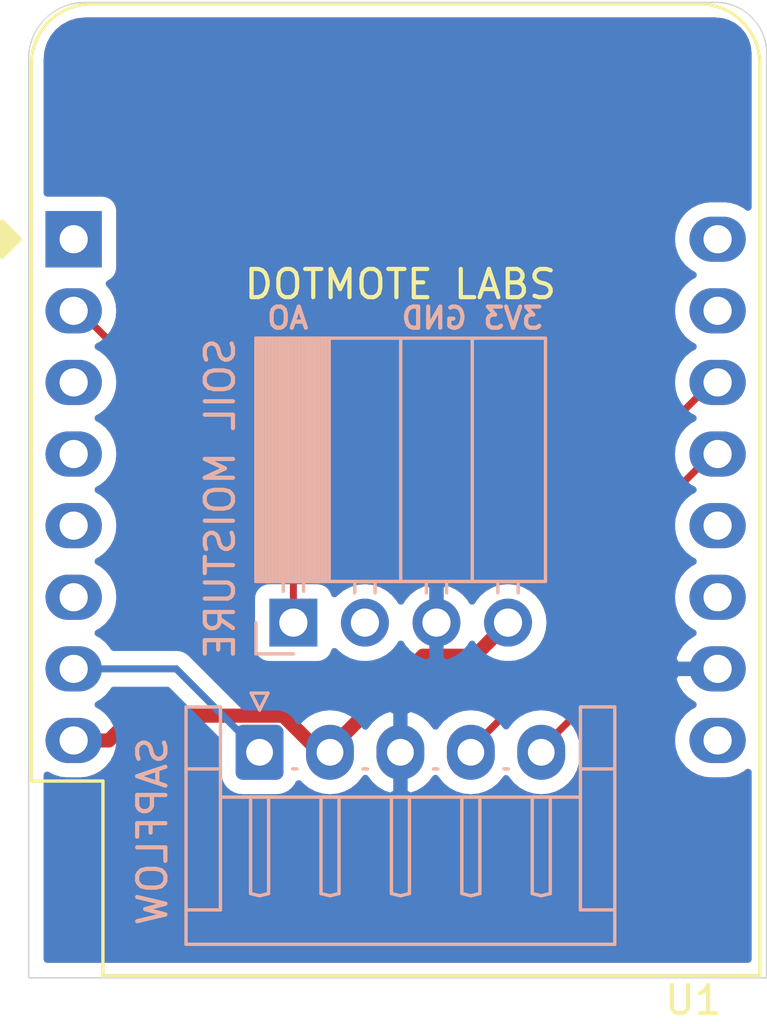
<source format=kicad_pcb>
(kicad_pcb (version 20171130) (host pcbnew "(5.1.0-0)")

  (general
    (thickness 1.6)
    (drawings 10)
    (tracks 24)
    (zones 0)
    (modules 3)
    (nets 18)
  )

  (page A4)
  (layers
    (0 F.Cu signal)
    (31 B.Cu signal)
    (32 B.Adhes user)
    (33 F.Adhes user)
    (34 B.Paste user)
    (35 F.Paste user)
    (36 B.SilkS user)
    (37 F.SilkS user)
    (38 B.Mask user)
    (39 F.Mask user)
    (40 Dwgs.User user)
    (41 Cmts.User user)
    (42 Eco1.User user)
    (43 Eco2.User user)
    (44 Edge.Cuts user)
    (45 Margin user)
    (46 B.CrtYd user)
    (47 F.CrtYd user)
    (48 B.Fab user)
    (49 F.Fab user)
  )

  (setup
    (last_trace_width 0.25)
    (trace_clearance 0.2)
    (zone_clearance 0.508)
    (zone_45_only no)
    (trace_min 0.2)
    (via_size 0.8)
    (via_drill 0.4)
    (via_min_size 0.4)
    (via_min_drill 0.3)
    (uvia_size 0.3)
    (uvia_drill 0.1)
    (uvias_allowed no)
    (uvia_min_size 0.2)
    (uvia_min_drill 0.1)
    (edge_width 0.05)
    (segment_width 0.2)
    (pcb_text_width 0.3)
    (pcb_text_size 1.5 1.5)
    (mod_edge_width 0.12)
    (mod_text_size 1 1)
    (mod_text_width 0.15)
    (pad_size 1.524 1.524)
    (pad_drill 0.762)
    (pad_to_mask_clearance 0.051)
    (solder_mask_min_width 0.25)
    (aux_axis_origin 0 0)
    (visible_elements FFFFFF7F)
    (pcbplotparams
      (layerselection 0x010fc_ffffffff)
      (usegerberextensions false)
      (usegerberattributes false)
      (usegerberadvancedattributes false)
      (creategerberjobfile false)
      (excludeedgelayer true)
      (linewidth 0.100000)
      (plotframeref false)
      (viasonmask false)
      (mode 1)
      (useauxorigin false)
      (hpglpennumber 1)
      (hpglpenspeed 20)
      (hpglpendiameter 15.000000)
      (psnegative false)
      (psa4output false)
      (plotreference true)
      (plotvalue true)
      (plotinvisibletext false)
      (padsonsilk false)
      (subtractmaskfromsilk false)
      (outputformat 1)
      (mirror false)
      (drillshape 0)
      (scaleselection 1)
      (outputdirectory "GERBERS/"))
  )

  (net 0 "")
  (net 1 "Net-(U1-Pad2)")
  (net 2 "Net-(U1-Pad1)")
  (net 3 "Net-(U1-Pad3)")
  (net 4 "Net-(U1-Pad4)")
  (net 5 "Net-(U1-Pad5)")
  (net 6 "Net-(U1-Pad6)")
  (net 7 "Net-(U1-Pad7)")
  (net 8 "Net-(U1-Pad9)")
  (net 9 "Net-(U1-Pad11)")
  (net 10 "Net-(U1-Pad12)")
  (net 11 "Net-(U1-Pad13)")
  (net 12 "Net-(U1-Pad14)")
  (net 13 "Net-(U1-Pad15)")
  (net 14 "Net-(U1-Pad16)")
  (net 15 +3V3)
  (net 16 GND)
  (net 17 "Net-(U2-Pad2)")

  (net_class Default "This is the default net class."
    (clearance 0.2)
    (trace_width 0.25)
    (via_dia 0.8)
    (via_drill 0.4)
    (uvia_dia 0.3)
    (uvia_drill 0.1)
    (add_net +3V3)
    (add_net GND)
    (add_net "Net-(U1-Pad1)")
    (add_net "Net-(U1-Pad11)")
    (add_net "Net-(U1-Pad12)")
    (add_net "Net-(U1-Pad13)")
    (add_net "Net-(U1-Pad14)")
    (add_net "Net-(U1-Pad15)")
    (add_net "Net-(U1-Pad16)")
    (add_net "Net-(U1-Pad2)")
    (add_net "Net-(U1-Pad3)")
    (add_net "Net-(U1-Pad4)")
    (add_net "Net-(U1-Pad5)")
    (add_net "Net-(U1-Pad6)")
    (add_net "Net-(U1-Pad7)")
    (add_net "Net-(U1-Pad9)")
    (add_net "Net-(U2-Pad2)")
  )

  (module Module:WEMOS_D1_mini_light (layer F.Cu) (tedit 5BBFB1CE) (tstamp 5D01D8F1)
    (at 126 113)
    (descr "16-pin module, column spacing 22.86 mm (900 mils), https://wiki.wemos.cc/products:d1:d1_mini, https://c1.staticflickr.com/1/734/31400410271_f278b087db_z.jpg")
    (tags "ESP8266 WiFi microcontroller")
    (path /5D018E20)
    (fp_text reference U1 (at 22 27) (layer F.SilkS)
      (effects (font (size 1 1) (thickness 0.15)))
    )
    (fp_text value WeMos_D1_mini (at 11.7 0) (layer F.Fab)
      (effects (font (size 1 1) (thickness 0.15)))
    )
    (fp_line (start 1.04 26.12) (end 24.36 26.12) (layer F.SilkS) (width 0.12))
    (fp_line (start -1.5 19.22) (end -1.5 -6.21) (layer F.SilkS) (width 0.12))
    (fp_line (start 24.36 26.12) (end 24.36 -6.21) (layer F.SilkS) (width 0.12))
    (fp_line (start 22.24 -8.34) (end 0.63 -8.34) (layer F.SilkS) (width 0.12))
    (fp_line (start 1.17 25.99) (end 24.23 25.99) (layer F.Fab) (width 0.1))
    (fp_line (start 24.23 25.99) (end 24.23 -6.21) (layer F.Fab) (width 0.1))
    (fp_line (start 22.23 -8.21) (end 0.63 -8.21) (layer F.Fab) (width 0.1))
    (fp_line (start -1.37 1) (end -1.37 19.09) (layer F.Fab) (width 0.1))
    (fp_text user %R (at 11.43 10) (layer F.Fab)
      (effects (font (size 1 1) (thickness 0.15)))
    )
    (fp_line (start -1.62 -8.46) (end 24.48 -8.46) (layer F.CrtYd) (width 0.05))
    (fp_line (start 24.48 -8.41) (end 24.48 26.24) (layer F.CrtYd) (width 0.05))
    (fp_line (start 24.48 26.24) (end -1.62 26.24) (layer F.CrtYd) (width 0.05))
    (fp_line (start -1.62 26.24) (end -1.62 -8.46) (layer F.CrtYd) (width 0.05))
    (fp_poly (pts (xy -2.54 -0.635) (xy -2.54 0.635) (xy -1.905 0)) (layer F.SilkS) (width 0.15))
    (fp_line (start -1.35 -1.4) (end 24.25 -1.4) (layer Dwgs.User) (width 0.1))
    (fp_line (start 24.25 -1.4) (end 24.25 -8.2) (layer Dwgs.User) (width 0.1))
    (fp_line (start 24.25 -8.2) (end -1.35 -8.2) (layer Dwgs.User) (width 0.1))
    (fp_line (start -1.35 -8.2) (end -1.35 -1.4) (layer Dwgs.User) (width 0.1))
    (fp_line (start -1.35 -1.4) (end 5.45 -8.2) (layer Dwgs.User) (width 0.1))
    (fp_line (start 0.65 -1.4) (end 7.45 -8.2) (layer Dwgs.User) (width 0.1))
    (fp_line (start 2.65 -1.4) (end 9.45 -8.2) (layer Dwgs.User) (width 0.1))
    (fp_line (start 4.65 -1.4) (end 11.45 -8.2) (layer Dwgs.User) (width 0.1))
    (fp_line (start 6.65 -1.4) (end 13.45 -8.2) (layer Dwgs.User) (width 0.1))
    (fp_line (start 8.65 -1.4) (end 15.45 -8.2) (layer Dwgs.User) (width 0.1))
    (fp_line (start 10.65 -1.4) (end 17.45 -8.2) (layer Dwgs.User) (width 0.1))
    (fp_line (start 12.65 -1.4) (end 19.45 -8.2) (layer Dwgs.User) (width 0.1))
    (fp_line (start 14.65 -1.4) (end 21.45 -8.2) (layer Dwgs.User) (width 0.1))
    (fp_line (start 16.65 -1.4) (end 23.45 -8.2) (layer Dwgs.User) (width 0.1))
    (fp_line (start 18.65 -1.4) (end 24.25 -7) (layer Dwgs.User) (width 0.1))
    (fp_line (start 20.65 -1.4) (end 24.25 -5) (layer Dwgs.User) (width 0.1))
    (fp_line (start 22.65 -1.4) (end 24.25 -3) (layer Dwgs.User) (width 0.1))
    (fp_line (start -1.35 -3.4) (end 3.45 -8.2) (layer Dwgs.User) (width 0.1))
    (fp_line (start -1.3 -5.45) (end 1.45 -8.2) (layer Dwgs.User) (width 0.1))
    (fp_line (start -1.35 -7.4) (end -0.55 -8.2) (layer Dwgs.User) (width 0.1))
    (fp_line (start -1.37 19.09) (end 1.17 19.09) (layer F.Fab) (width 0.1))
    (fp_line (start 1.17 19.09) (end 1.17 25.99) (layer F.Fab) (width 0.1))
    (fp_line (start -1.37 -6.21) (end -1.37 -1) (layer F.Fab) (width 0.1))
    (fp_line (start -1.37 1) (end -0.37 0) (layer F.Fab) (width 0.1))
    (fp_line (start -0.37 0) (end -1.37 -1) (layer F.Fab) (width 0.1))
    (fp_arc (start 0.63 -6.21) (end 0.63 -8.21) (angle -90) (layer F.Fab) (width 0.1))
    (fp_arc (start 22.23 -6.21) (end 24.23 -6.19) (angle -90) (layer F.Fab) (width 0.1))
    (fp_line (start -1.5 19.22) (end 1.04 19.22) (layer F.SilkS) (width 0.12))
    (fp_line (start 1.04 19.22) (end 1.04 26.12) (layer F.SilkS) (width 0.12))
    (fp_arc (start 0.63 -6.21) (end 0.63 -8.34) (angle -90) (layer F.SilkS) (width 0.12))
    (fp_arc (start 22.23 -6.21) (end 24.36 -6.21) (angle -90) (layer F.SilkS) (width 0.12))
    (fp_text user "KEEP OUT" (at 11.43 -6.35) (layer Cmts.User)
      (effects (font (size 1 1) (thickness 0.15)))
    )
    (fp_text user "No copper" (at 11.43 -3.81) (layer Cmts.User)
      (effects (font (size 1 1) (thickness 0.15)))
    )
    (pad 2 thru_hole oval (at 0 2.54) (size 2 1.6) (drill 1) (layers *.Cu *.Mask)
      (net 1 "Net-(U1-Pad2)"))
    (pad 1 thru_hole rect (at 0 0) (size 2 2) (drill 1) (layers *.Cu *.Mask)
      (net 2 "Net-(U1-Pad1)"))
    (pad 3 thru_hole oval (at 0 5.08) (size 2 1.6) (drill 1) (layers *.Cu *.Mask)
      (net 3 "Net-(U1-Pad3)"))
    (pad 4 thru_hole oval (at 0 7.62) (size 2 1.6) (drill 1) (layers *.Cu *.Mask)
      (net 4 "Net-(U1-Pad4)"))
    (pad 5 thru_hole oval (at 0 10.16) (size 2 1.6) (drill 1) (layers *.Cu *.Mask)
      (net 5 "Net-(U1-Pad5)"))
    (pad 6 thru_hole oval (at 0 12.7) (size 2 1.6) (drill 1) (layers *.Cu *.Mask)
      (net 6 "Net-(U1-Pad6)"))
    (pad 7 thru_hole oval (at 0 15.24) (size 2 1.6) (drill 1) (layers *.Cu *.Mask)
      (net 7 "Net-(U1-Pad7)"))
    (pad 8 thru_hole oval (at 0 17.78) (size 2 1.6) (drill 1) (layers *.Cu *.Mask)
      (net 15 +3V3))
    (pad 9 thru_hole oval (at 22.86 17.78) (size 2 1.6) (drill 1) (layers *.Cu *.Mask)
      (net 8 "Net-(U1-Pad9)"))
    (pad 10 thru_hole oval (at 22.86 15.24) (size 2 1.6) (drill 1) (layers *.Cu *.Mask)
      (net 16 GND))
    (pad 11 thru_hole oval (at 22.86 12.7) (size 2 1.6) (drill 1) (layers *.Cu *.Mask)
      (net 9 "Net-(U1-Pad11)"))
    (pad 12 thru_hole oval (at 22.86 10.16) (size 2 1.6) (drill 1) (layers *.Cu *.Mask)
      (net 10 "Net-(U1-Pad12)"))
    (pad 13 thru_hole oval (at 22.86 7.62) (size 2 1.6) (drill 1) (layers *.Cu *.Mask)
      (net 11 "Net-(U1-Pad13)"))
    (pad 14 thru_hole oval (at 22.86 5.08) (size 2 1.6) (drill 1) (layers *.Cu *.Mask)
      (net 12 "Net-(U1-Pad14)"))
    (pad 15 thru_hole oval (at 22.86 2.54) (size 2 1.6) (drill 1) (layers *.Cu *.Mask)
      (net 13 "Net-(U1-Pad15)"))
    (pad 16 thru_hole oval (at 22.86 0) (size 2 1.6) (drill 1) (layers *.Cu *.Mask)
      (net 14 "Net-(U1-Pad16)"))
    (model ${KISYS3DMOD}/Module.3dshapes/WEMOS_D1_mini_light.wrl
      (at (xyz 0 0 0))
      (scale (xyz 1 1 1))
      (rotate (xyz 0 0 0))
    )
    (model ${KISYS3DMOD}/Connector_PinHeader_2.54mm.3dshapes/PinHeader_1x08_P2.54mm_Vertical.wrl
      (offset (xyz 0 0 9.5))
      (scale (xyz 1 1 1))
      (rotate (xyz 0 -180 0))
    )
    (model ${KISYS3DMOD}/Connector_PinHeader_2.54mm.3dshapes/PinHeader_1x08_P2.54mm_Vertical.wrl
      (offset (xyz 22.86 0 9.5))
      (scale (xyz 1 1 1))
      (rotate (xyz 0 -180 0))
    )
    (model ${KISYS3DMOD}/Connector_PinSocket_2.54mm.3dshapes/PinSocket_1x08_P2.54mm_Vertical.wrl
      (at (xyz 0 0 0))
      (scale (xyz 1 1 1))
      (rotate (xyz 0 0 0))
    )
    (model ${KISYS3DMOD}/Connector_PinSocket_2.54mm.3dshapes/PinSocket_1x08_P2.54mm_Vertical.wrl
      (offset (xyz 22.86 0 0))
      (scale (xyz 1 1 1))
      (rotate (xyz 0 0 0))
    )
  )

  (module Connector_JST:JST_EH_S5B-EH_1x05_P2.50mm_Horizontal (layer B.Cu) (tedit 5C281425) (tstamp 5D023E71)
    (at 132.6 131.2)
    (descr "JST EH series connector, S5B-EH (http://www.jst-mfg.com/product/pdf/eng/eEH.pdf), generated with kicad-footprint-generator")
    (tags "connector JST EH horizontal")
    (path /5D019776)
    (fp_text reference SAPFLOW (at -3.8 2.8 270) (layer B.SilkS)
      (effects (font (size 1 1) (thickness 0.15)) (justify mirror))
    )
    (fp_text value sapflow_gauge_5_pin (at 5 -2.7) (layer B.Fab)
      (effects (font (size 1 1) (thickness 0.15)) (justify mirror))
    )
    (fp_line (start -1.5 0.7) (end -1.5 -1.5) (layer B.Fab) (width 0.1))
    (fp_line (start -1.5 -1.5) (end -2.5 -1.5) (layer B.Fab) (width 0.1))
    (fp_line (start -2.5 -1.5) (end -2.5 6.7) (layer B.Fab) (width 0.1))
    (fp_line (start -2.5 6.7) (end 12.5 6.7) (layer B.Fab) (width 0.1))
    (fp_line (start 12.5 6.7) (end 12.5 -1.5) (layer B.Fab) (width 0.1))
    (fp_line (start 12.5 -1.5) (end 11.5 -1.5) (layer B.Fab) (width 0.1))
    (fp_line (start 11.5 -1.5) (end 11.5 0.7) (layer B.Fab) (width 0.1))
    (fp_line (start 11.5 0.7) (end -1.5 0.7) (layer B.Fab) (width 0.1))
    (fp_line (start -3 7.2) (end -3 -2) (layer B.CrtYd) (width 0.05))
    (fp_line (start -3 -2) (end 13 -2) (layer B.CrtYd) (width 0.05))
    (fp_line (start 13 -2) (end 13 7.2) (layer B.CrtYd) (width 0.05))
    (fp_line (start 13 7.2) (end -3 7.2) (layer B.CrtYd) (width 0.05))
    (fp_line (start -1.39 0.59) (end -1.39 -1.61) (layer B.SilkS) (width 0.12))
    (fp_line (start -1.39 -1.61) (end -2.61 -1.61) (layer B.SilkS) (width 0.12))
    (fp_line (start -2.61 -1.61) (end -2.61 6.81) (layer B.SilkS) (width 0.12))
    (fp_line (start -2.61 6.81) (end 12.61 6.81) (layer B.SilkS) (width 0.12))
    (fp_line (start 12.61 6.81) (end 12.61 -1.61) (layer B.SilkS) (width 0.12))
    (fp_line (start 12.61 -1.61) (end 11.39 -1.61) (layer B.SilkS) (width 0.12))
    (fp_line (start 11.39 -1.61) (end 11.39 0.59) (layer B.SilkS) (width 0.12))
    (fp_line (start -2.61 5.59) (end -1.39 5.59) (layer B.SilkS) (width 0.12))
    (fp_line (start -1.39 5.59) (end -1.39 0.59) (layer B.SilkS) (width 0.12))
    (fp_line (start -1.39 0.59) (end -2.61 0.59) (layer B.SilkS) (width 0.12))
    (fp_line (start 12.61 5.59) (end 11.39 5.59) (layer B.SilkS) (width 0.12))
    (fp_line (start 11.39 5.59) (end 11.39 0.59) (layer B.SilkS) (width 0.12))
    (fp_line (start 11.39 0.59) (end 12.61 0.59) (layer B.SilkS) (width 0.12))
    (fp_line (start -1.39 1.59) (end 11.39 1.59) (layer B.SilkS) (width 0.12))
    (fp_line (start 0 1.59) (end -0.32 1.59) (layer B.SilkS) (width 0.12))
    (fp_line (start -0.32 1.59) (end -0.32 5.01) (layer B.SilkS) (width 0.12))
    (fp_line (start -0.32 5.01) (end 0 5.09) (layer B.SilkS) (width 0.12))
    (fp_line (start 0 5.09) (end 0.32 5.01) (layer B.SilkS) (width 0.12))
    (fp_line (start 0.32 5.01) (end 0.32 1.59) (layer B.SilkS) (width 0.12))
    (fp_line (start 0.32 1.59) (end 0 1.59) (layer B.SilkS) (width 0.12))
    (fp_line (start 1.17 0.59) (end 1.33 0.59) (layer B.SilkS) (width 0.12))
    (fp_line (start 2.5 1.59) (end 2.18 1.59) (layer B.SilkS) (width 0.12))
    (fp_line (start 2.18 1.59) (end 2.18 5.01) (layer B.SilkS) (width 0.12))
    (fp_line (start 2.18 5.01) (end 2.5 5.09) (layer B.SilkS) (width 0.12))
    (fp_line (start 2.5 5.09) (end 2.82 5.01) (layer B.SilkS) (width 0.12))
    (fp_line (start 2.82 5.01) (end 2.82 1.59) (layer B.SilkS) (width 0.12))
    (fp_line (start 2.82 1.59) (end 2.5 1.59) (layer B.SilkS) (width 0.12))
    (fp_line (start 3.67 0.59) (end 3.83 0.59) (layer B.SilkS) (width 0.12))
    (fp_line (start 5 1.59) (end 4.68 1.59) (layer B.SilkS) (width 0.12))
    (fp_line (start 4.68 1.59) (end 4.68 5.01) (layer B.SilkS) (width 0.12))
    (fp_line (start 4.68 5.01) (end 5 5.09) (layer B.SilkS) (width 0.12))
    (fp_line (start 5 5.09) (end 5.32 5.01) (layer B.SilkS) (width 0.12))
    (fp_line (start 5.32 5.01) (end 5.32 1.59) (layer B.SilkS) (width 0.12))
    (fp_line (start 5.32 1.59) (end 5 1.59) (layer B.SilkS) (width 0.12))
    (fp_line (start 6.17 0.59) (end 6.33 0.59) (layer B.SilkS) (width 0.12))
    (fp_line (start 7.5 1.59) (end 7.18 1.59) (layer B.SilkS) (width 0.12))
    (fp_line (start 7.18 1.59) (end 7.18 5.01) (layer B.SilkS) (width 0.12))
    (fp_line (start 7.18 5.01) (end 7.5 5.09) (layer B.SilkS) (width 0.12))
    (fp_line (start 7.5 5.09) (end 7.82 5.01) (layer B.SilkS) (width 0.12))
    (fp_line (start 7.82 5.01) (end 7.82 1.59) (layer B.SilkS) (width 0.12))
    (fp_line (start 7.82 1.59) (end 7.5 1.59) (layer B.SilkS) (width 0.12))
    (fp_line (start 8.67 0.59) (end 8.83 0.59) (layer B.SilkS) (width 0.12))
    (fp_line (start 10 1.59) (end 9.68 1.59) (layer B.SilkS) (width 0.12))
    (fp_line (start 9.68 1.59) (end 9.68 5.01) (layer B.SilkS) (width 0.12))
    (fp_line (start 9.68 5.01) (end 10 5.09) (layer B.SilkS) (width 0.12))
    (fp_line (start 10 5.09) (end 10.32 5.01) (layer B.SilkS) (width 0.12))
    (fp_line (start 10.32 5.01) (end 10.32 1.59) (layer B.SilkS) (width 0.12))
    (fp_line (start 10.32 1.59) (end 10 1.59) (layer B.SilkS) (width 0.12))
    (fp_line (start 0 -1.5) (end -0.3 -2.1) (layer B.SilkS) (width 0.12))
    (fp_line (start -0.3 -2.1) (end 0.3 -2.1) (layer B.SilkS) (width 0.12))
    (fp_line (start 0.3 -2.1) (end 0 -1.5) (layer B.SilkS) (width 0.12))
    (fp_line (start -0.5 0.7) (end 0 1.407107) (layer B.Fab) (width 0.1))
    (fp_line (start 0 1.407107) (end 0.5 0.7) (layer B.Fab) (width 0.1))
    (fp_text user %R (at 5 2.6) (layer B.Fab)
      (effects (font (size 1 1) (thickness 0.15)) (justify mirror))
    )
    (pad 1 thru_hole roundrect (at 0 0) (size 1.7 1.95) (drill 0.95) (layers *.Cu *.Mask) (roundrect_rratio 0.147059)
      (net 7 "Net-(U1-Pad7)"))
    (pad 2 thru_hole oval (at 2.5 0) (size 1.7 1.95) (drill 0.95) (layers *.Cu *.Mask)
      (net 15 +3V3))
    (pad 3 thru_hole oval (at 5 0) (size 1.7 1.95) (drill 0.95) (layers *.Cu *.Mask)
      (net 16 GND))
    (pad 4 thru_hole oval (at 7.5 0) (size 1.7 1.95) (drill 0.95) (layers *.Cu *.Mask)
      (net 12 "Net-(U1-Pad14)"))
    (pad 5 thru_hole oval (at 10 0) (size 1.7 1.95) (drill 0.95) (layers *.Cu *.Mask)
      (net 11 "Net-(U1-Pad13)"))
    (model ${KISYS3DMOD}/Connector_JST.3dshapes/JST_EH_S5B-EH_1x05_P2.50mm_Horizontal.wrl
      (at (xyz 0 0 0))
      (scale (xyz 1 1 1))
      (rotate (xyz 0 0 0))
    )
  )

  (module Connector_PinSocket_2.54mm:PinSocket_1x04_P2.54mm_Horizontal (layer B.Cu) (tedit 5A19A424) (tstamp 5D024ECD)
    (at 133.8 126.6 270)
    (descr "Through hole angled socket strip, 1x04, 2.54mm pitch, 8.51mm socket length, single row (from Kicad 4.0.7), script generated")
    (tags "Through hole angled socket strip THT 1x04 2.54mm single row")
    (path /5D01B783)
    (fp_text reference "SOIL MOISTURE" (at -4.4 2.6 90) (layer B.SilkS)
      (effects (font (size 1 1) (thickness 0.15)) (justify mirror))
    )
    (fp_text value soil_moisture_4_pin (at -4.38 -10.39 270) (layer B.Fab)
      (effects (font (size 1 1) (thickness 0.15)) (justify mirror))
    )
    (fp_line (start -10.03 1.27) (end -2.49 1.27) (layer B.Fab) (width 0.1))
    (fp_line (start -2.49 1.27) (end -1.52 0.3) (layer B.Fab) (width 0.1))
    (fp_line (start -1.52 0.3) (end -1.52 -8.89) (layer B.Fab) (width 0.1))
    (fp_line (start -1.52 -8.89) (end -10.03 -8.89) (layer B.Fab) (width 0.1))
    (fp_line (start -10.03 -8.89) (end -10.03 1.27) (layer B.Fab) (width 0.1))
    (fp_line (start 0 0.3) (end -1.52 0.3) (layer B.Fab) (width 0.1))
    (fp_line (start -1.52 -0.3) (end 0 -0.3) (layer B.Fab) (width 0.1))
    (fp_line (start 0 -0.3) (end 0 0.3) (layer B.Fab) (width 0.1))
    (fp_line (start 0 -2.24) (end -1.52 -2.24) (layer B.Fab) (width 0.1))
    (fp_line (start -1.52 -2.84) (end 0 -2.84) (layer B.Fab) (width 0.1))
    (fp_line (start 0 -2.84) (end 0 -2.24) (layer B.Fab) (width 0.1))
    (fp_line (start 0 -4.78) (end -1.52 -4.78) (layer B.Fab) (width 0.1))
    (fp_line (start -1.52 -5.38) (end 0 -5.38) (layer B.Fab) (width 0.1))
    (fp_line (start 0 -5.38) (end 0 -4.78) (layer B.Fab) (width 0.1))
    (fp_line (start 0 -7.32) (end -1.52 -7.32) (layer B.Fab) (width 0.1))
    (fp_line (start -1.52 -7.92) (end 0 -7.92) (layer B.Fab) (width 0.1))
    (fp_line (start 0 -7.92) (end 0 -7.32) (layer B.Fab) (width 0.1))
    (fp_line (start -10.09 1.21) (end -1.46 1.21) (layer B.SilkS) (width 0.12))
    (fp_line (start -10.09 1.091905) (end -1.46 1.091905) (layer B.SilkS) (width 0.12))
    (fp_line (start -10.09 0.97381) (end -1.46 0.97381) (layer B.SilkS) (width 0.12))
    (fp_line (start -10.09 0.855715) (end -1.46 0.855715) (layer B.SilkS) (width 0.12))
    (fp_line (start -10.09 0.73762) (end -1.46 0.73762) (layer B.SilkS) (width 0.12))
    (fp_line (start -10.09 0.619525) (end -1.46 0.619525) (layer B.SilkS) (width 0.12))
    (fp_line (start -10.09 0.50143) (end -1.46 0.50143) (layer B.SilkS) (width 0.12))
    (fp_line (start -10.09 0.383335) (end -1.46 0.383335) (layer B.SilkS) (width 0.12))
    (fp_line (start -10.09 0.26524) (end -1.46 0.26524) (layer B.SilkS) (width 0.12))
    (fp_line (start -10.09 0.147145) (end -1.46 0.147145) (layer B.SilkS) (width 0.12))
    (fp_line (start -10.09 0.02905) (end -1.46 0.02905) (layer B.SilkS) (width 0.12))
    (fp_line (start -10.09 -0.089045) (end -1.46 -0.089045) (layer B.SilkS) (width 0.12))
    (fp_line (start -10.09 -0.20714) (end -1.46 -0.20714) (layer B.SilkS) (width 0.12))
    (fp_line (start -10.09 -0.325235) (end -1.46 -0.325235) (layer B.SilkS) (width 0.12))
    (fp_line (start -10.09 -0.44333) (end -1.46 -0.44333) (layer B.SilkS) (width 0.12))
    (fp_line (start -10.09 -0.561425) (end -1.46 -0.561425) (layer B.SilkS) (width 0.12))
    (fp_line (start -10.09 -0.67952) (end -1.46 -0.67952) (layer B.SilkS) (width 0.12))
    (fp_line (start -10.09 -0.797615) (end -1.46 -0.797615) (layer B.SilkS) (width 0.12))
    (fp_line (start -10.09 -0.91571) (end -1.46 -0.91571) (layer B.SilkS) (width 0.12))
    (fp_line (start -10.09 -1.033805) (end -1.46 -1.033805) (layer B.SilkS) (width 0.12))
    (fp_line (start -10.09 -1.1519) (end -1.46 -1.1519) (layer B.SilkS) (width 0.12))
    (fp_line (start -1.46 0.36) (end -1.11 0.36) (layer B.SilkS) (width 0.12))
    (fp_line (start -1.46 -0.36) (end -1.11 -0.36) (layer B.SilkS) (width 0.12))
    (fp_line (start -1.46 -2.18) (end -1.05 -2.18) (layer B.SilkS) (width 0.12))
    (fp_line (start -1.46 -2.9) (end -1.05 -2.9) (layer B.SilkS) (width 0.12))
    (fp_line (start -1.46 -4.72) (end -1.05 -4.72) (layer B.SilkS) (width 0.12))
    (fp_line (start -1.46 -5.44) (end -1.05 -5.44) (layer B.SilkS) (width 0.12))
    (fp_line (start -1.46 -7.26) (end -1.05 -7.26) (layer B.SilkS) (width 0.12))
    (fp_line (start -1.46 -7.98) (end -1.05 -7.98) (layer B.SilkS) (width 0.12))
    (fp_line (start -10.09 -1.27) (end -1.46 -1.27) (layer B.SilkS) (width 0.12))
    (fp_line (start -10.09 -3.81) (end -1.46 -3.81) (layer B.SilkS) (width 0.12))
    (fp_line (start -10.09 -6.35) (end -1.46 -6.35) (layer B.SilkS) (width 0.12))
    (fp_line (start -10.09 1.33) (end -1.46 1.33) (layer B.SilkS) (width 0.12))
    (fp_line (start -1.46 1.33) (end -1.46 -8.95) (layer B.SilkS) (width 0.12))
    (fp_line (start -10.09 -8.95) (end -1.46 -8.95) (layer B.SilkS) (width 0.12))
    (fp_line (start -10.09 1.33) (end -10.09 -8.95) (layer B.SilkS) (width 0.12))
    (fp_line (start 1.11 1.33) (end 1.11 0) (layer B.SilkS) (width 0.12))
    (fp_line (start 0 1.33) (end 1.11 1.33) (layer B.SilkS) (width 0.12))
    (fp_line (start 1.75 1.75) (end -10.55 1.75) (layer B.CrtYd) (width 0.05))
    (fp_line (start -10.55 1.75) (end -10.55 -9.45) (layer B.CrtYd) (width 0.05))
    (fp_line (start -10.55 -9.45) (end 1.75 -9.45) (layer B.CrtYd) (width 0.05))
    (fp_line (start 1.75 -9.45) (end 1.75 1.75) (layer B.CrtYd) (width 0.05))
    (fp_text user %R (at -5.775 -3.81 180) (layer B.Fab)
      (effects (font (size 1 1) (thickness 0.15)) (justify mirror))
    )
    (pad 1 thru_hole rect (at 0 0 270) (size 1.7 1.7) (drill 1) (layers *.Cu *.Mask)
      (net 1 "Net-(U1-Pad2)"))
    (pad 2 thru_hole oval (at 0 -2.54 270) (size 1.7 1.7) (drill 1) (layers *.Cu *.Mask)
      (net 17 "Net-(U2-Pad2)"))
    (pad 3 thru_hole oval (at 0 -5.08 270) (size 1.7 1.7) (drill 1) (layers *.Cu *.Mask)
      (net 16 GND))
    (pad 4 thru_hole oval (at 0 -7.62 270) (size 1.7 1.7) (drill 1) (layers *.Cu *.Mask)
      (net 15 +3V3))
    (model ${KISYS3DMOD}/Connector_PinSocket_2.54mm.3dshapes/PinSocket_1x04_P2.54mm_Horizontal.wrl
      (at (xyz 0 0 0))
      (scale (xyz 1 1 1))
      (rotate (xyz 0 0 0))
    )
  )

  (gr_text "DOTMOTE LABS" (at 137.6 114.6) (layer F.SilkS)
    (effects (font (size 1 1) (thickness 0.15)))
  )
  (gr_text AO (at 133.6 115.8) (layer B.SilkS) (tstamp 5D025B2B)
    (effects (font (size 0.75 0.75) (thickness 0.15)) (justify mirror))
  )
  (gr_text GND (at 138.8 115.8) (layer B.SilkS) (tstamp 5D025B26)
    (effects (font (size 0.75 0.75) (thickness 0.15)) (justify mirror))
  )
  (gr_text 3V3 (at 141.6 115.8) (layer B.SilkS)
    (effects (font (size 0.75 0.75) (thickness 0.15)) (justify mirror))
  )
  (gr_arc (start 148.8 106.4) (end 150.6 106.4) (angle -90) (layer Edge.Cuts) (width 0.05))
  (gr_arc (start 126.4 106.6) (end 126.4 104.6) (angle -90) (layer Edge.Cuts) (width 0.05))
  (gr_line (start 150.6 139.2) (end 124.4 139.2) (layer Edge.Cuts) (width 0.05) (tstamp 5D024878))
  (gr_line (start 150.6 106.4) (end 150.6 139.2) (layer Edge.Cuts) (width 0.05))
  (gr_line (start 126.4 104.6) (end 148.8 104.6) (layer Edge.Cuts) (width 0.05))
  (gr_line (start 124.4 139.2) (end 124.4 106.6) (layer Edge.Cuts) (width 0.05))

  (segment (start 126.2 115.54) (end 126 115.54) (width 0.25) (layer F.Cu) (net 1))
  (segment (start 133.8 123.14) (end 126.2 115.54) (width 0.25) (layer F.Cu) (net 1))
  (segment (start 133.8 126.6) (end 133.8 123.14) (width 0.25) (layer F.Cu) (net 1))
  (segment (start 129.64 128.24) (end 126 128.24) (width 0.25) (layer B.Cu) (net 7))
  (segment (start 132.6 131.2) (end 129.64 128.24) (width 0.25) (layer B.Cu) (net 7))
  (segment (start 142.6 131.075) (end 145 128.675) (width 0.25) (layer F.Cu) (net 11))
  (segment (start 142.6 131.2) (end 142.6 131.075) (width 0.25) (layer F.Cu) (net 11))
  (segment (start 148.66 120.62) (end 148.86 120.62) (width 0.25) (layer F.Cu) (net 11))
  (segment (start 145 124.28) (end 148.66 120.62) (width 0.25) (layer F.Cu) (net 11))
  (segment (start 145 128.675) (end 145 124.28) (width 0.25) (layer F.Cu) (net 11))
  (segment (start 148.66 118.08) (end 143.6 123.14) (width 0.25) (layer F.Cu) (net 12))
  (segment (start 148.86 118.08) (end 148.66 118.08) (width 0.25) (layer F.Cu) (net 12))
  (segment (start 143.6 127.575) (end 140.1 131.075) (width 0.25) (layer F.Cu) (net 12))
  (segment (start 140.1 131.075) (end 140.1 131.2) (width 0.25) (layer F.Cu) (net 12))
  (segment (start 143.6 123.14) (end 143.6 127.575) (width 0.25) (layer F.Cu) (net 12))
  (segment (start 135.1 131.075) (end 135.1 131.2) (width 0.25) (layer F.Cu) (net 15))
  (segment (start 138.399999 127.775001) (end 135.1 131.075) (width 0.5) (layer F.Cu) (net 15))
  (segment (start 140.244999 127.775001) (end 138.399999 127.775001) (width 0.5) (layer F.Cu) (net 15))
  (segment (start 141.42 126.6) (end 140.244999 127.775001) (width 0.5) (layer F.Cu) (net 15))
  (segment (start 127.25 130.78) (end 126 130.78) (width 0.5) (layer F.Cu) (net 15))
  (segment (start 133.43818 129.89999) (end 128.13001 129.89999) (width 0.5) (layer F.Cu) (net 15))
  (segment (start 134.73819 131.2) (end 133.43818 129.89999) (width 0.5) (layer F.Cu) (net 15))
  (segment (start 128.13001 129.89999) (end 127.25 130.78) (width 0.5) (layer F.Cu) (net 15))
  (segment (start 135.1 131.2) (end 134.73819 131.2) (width 0.25) (layer F.Cu) (net 15))

  (zone (net 16) (net_name GND) (layer F.Cu) (tstamp 5D025657) (hatch edge 0.508)
    (connect_pads (clearance 0.508))
    (min_thickness 0.254)
    (fill yes (arc_segments 32) (thermal_gap 0.508) (thermal_bridge_width 0.508))
    (polygon
      (pts
        (xy 124.4 104.6) (xy 150.6 104.6) (xy 150.6 139.2) (xy 124.4 139.2)
      )
    )
    (filled_polygon
      (pts
        (xy 147.218057 123.16) (xy 147.245764 123.441309) (xy 147.327818 123.711808) (xy 147.461068 123.961101) (xy 147.640392 124.179608)
        (xy 147.858899 124.358932) (xy 147.991858 124.43) (xy 147.858899 124.501068) (xy 147.640392 124.680392) (xy 147.461068 124.898899)
        (xy 147.327818 125.148192) (xy 147.245764 125.418691) (xy 147.218057 125.7) (xy 147.245764 125.981309) (xy 147.327818 126.251808)
        (xy 147.461068 126.501101) (xy 147.640392 126.719608) (xy 147.858899 126.898932) (xy 147.988345 126.968122) (xy 147.970773 126.97557)
        (xy 147.737338 127.134327) (xy 147.539361 127.335575) (xy 147.384449 127.571579) (xy 147.278556 127.83327) (xy 147.268096 127.890961)
        (xy 147.390085 128.113) (xy 148.733 128.113) (xy 148.733 128.093) (xy 148.987 128.093) (xy 148.987 128.113)
        (xy 149.007 128.113) (xy 149.007 128.367) (xy 148.987 128.367) (xy 148.987 128.387) (xy 148.733 128.387)
        (xy 148.733 128.367) (xy 147.390085 128.367) (xy 147.268096 128.589039) (xy 147.278556 128.64673) (xy 147.384449 128.908421)
        (xy 147.539361 129.144425) (xy 147.737338 129.345673) (xy 147.970773 129.50443) (xy 147.988345 129.511878) (xy 147.858899 129.581068)
        (xy 147.640392 129.760392) (xy 147.461068 129.978899) (xy 147.327818 130.228192) (xy 147.245764 130.498691) (xy 147.218057 130.78)
        (xy 147.245764 131.061309) (xy 147.327818 131.331808) (xy 147.461068 131.581101) (xy 147.640392 131.799608) (xy 147.858899 131.978932)
        (xy 148.108192 132.112182) (xy 148.378691 132.194236) (xy 148.589508 132.215) (xy 149.130492 132.215) (xy 149.341309 132.194236)
        (xy 149.611808 132.112182) (xy 149.861101 131.978932) (xy 149.940001 131.914181) (xy 149.940001 138.54) (xy 125.06 138.54)
        (xy 125.06 132.011591) (xy 125.248192 132.112182) (xy 125.518691 132.194236) (xy 125.729508 132.215) (xy 126.270492 132.215)
        (xy 126.481309 132.194236) (xy 126.751808 132.112182) (xy 127.001101 131.978932) (xy 127.219608 131.799608) (xy 127.333296 131.661078)
        (xy 127.42349 131.652195) (xy 127.590313 131.601589) (xy 127.744059 131.519411) (xy 127.878817 131.408817) (xy 127.906534 131.375044)
        (xy 128.496589 130.78499) (xy 131.111928 130.78499) (xy 131.111928 131.925) (xy 131.128992 132.098254) (xy 131.179528 132.26485)
        (xy 131.261595 132.418386) (xy 131.372038 132.552962) (xy 131.506614 132.663405) (xy 131.66015 132.745472) (xy 131.826746 132.796008)
        (xy 132 132.813072) (xy 133.2 132.813072) (xy 133.373254 132.796008) (xy 133.53985 132.745472) (xy 133.693386 132.663405)
        (xy 133.827962 132.552962) (xy 133.938405 132.418386) (xy 133.992777 132.316663) (xy 134.044866 132.380134) (xy 134.270987 132.565706)
        (xy 134.528967 132.703599) (xy 134.80889 132.788513) (xy 135.1 132.817185) (xy 135.391111 132.788513) (xy 135.671034 132.703599)
        (xy 135.929014 132.565706) (xy 136.155134 132.380134) (xy 136.340706 132.154014) (xy 136.354462 132.128278) (xy 136.510951 132.334429)
        (xy 136.728807 132.527496) (xy 136.980142 132.674352) (xy 137.24311 132.766476) (xy 137.473 132.645155) (xy 137.473 131.327)
        (xy 137.453 131.327) (xy 137.453 131.073) (xy 137.473 131.073) (xy 137.473 131.053) (xy 137.727 131.053)
        (xy 137.727 131.073) (xy 137.747 131.073) (xy 137.747 131.327) (xy 137.727 131.327) (xy 137.727 132.645155)
        (xy 137.95689 132.766476) (xy 138.219858 132.674352) (xy 138.471193 132.527496) (xy 138.689049 132.334429) (xy 138.845538 132.128278)
        (xy 138.859294 132.154014) (xy 139.044866 132.380134) (xy 139.270987 132.565706) (xy 139.528967 132.703599) (xy 139.80889 132.788513)
        (xy 140.1 132.817185) (xy 140.391111 132.788513) (xy 140.671034 132.703599) (xy 140.929014 132.565706) (xy 141.155134 132.380134)
        (xy 141.340706 132.154014) (xy 141.35 132.136626) (xy 141.359294 132.154014) (xy 141.544866 132.380134) (xy 141.770987 132.565706)
        (xy 142.028967 132.703599) (xy 142.30889 132.788513) (xy 142.6 132.817185) (xy 142.891111 132.788513) (xy 143.171034 132.703599)
        (xy 143.429014 132.565706) (xy 143.655134 132.380134) (xy 143.840706 132.154014) (xy 143.978599 131.896033) (xy 144.063513 131.61611)
        (xy 144.085 131.397949) (xy 144.085 131.00205) (xy 144.063513 130.783889) (xy 144.040797 130.709004) (xy 145.511004 129.238798)
        (xy 145.540001 129.215001) (xy 145.634974 129.099276) (xy 145.705546 128.967247) (xy 145.749003 128.823986) (xy 145.76 128.712333)
        (xy 145.76 128.712332) (xy 145.763677 128.675) (xy 145.76 128.637667) (xy 145.76 124.594801) (xy 147.220598 123.134204)
      )
    )
    (filled_polygon
      (pts
        (xy 149.020813 105.284816) (xy 149.233215 105.348944) (xy 149.429115 105.453106) (xy 149.601053 105.593335) (xy 149.74248 105.764292)
        (xy 149.848007 105.959459) (xy 149.913615 106.171408) (xy 149.94 106.422438) (xy 149.94 111.865819) (xy 149.861101 111.801068)
        (xy 149.611808 111.667818) (xy 149.341309 111.585764) (xy 149.130492 111.565) (xy 148.589508 111.565) (xy 148.378691 111.585764)
        (xy 148.108192 111.667818) (xy 147.858899 111.801068) (xy 147.640392 111.980392) (xy 147.461068 112.198899) (xy 147.327818 112.448192)
        (xy 147.245764 112.718691) (xy 147.218057 113) (xy 147.245764 113.281309) (xy 147.327818 113.551808) (xy 147.461068 113.801101)
        (xy 147.640392 114.019608) (xy 147.858899 114.198932) (xy 147.991858 114.27) (xy 147.858899 114.341068) (xy 147.640392 114.520392)
        (xy 147.461068 114.738899) (xy 147.327818 114.988192) (xy 147.245764 115.258691) (xy 147.218057 115.54) (xy 147.245764 115.821309)
        (xy 147.327818 116.091808) (xy 147.461068 116.341101) (xy 147.640392 116.559608) (xy 147.858899 116.738932) (xy 147.991858 116.81)
        (xy 147.858899 116.881068) (xy 147.640392 117.060392) (xy 147.461068 117.278899) (xy 147.327818 117.528192) (xy 147.245764 117.798691)
        (xy 147.218057 118.08) (xy 147.245764 118.361309) (xy 147.259292 118.405906) (xy 143.089003 122.576196) (xy 143.059999 122.599999)
        (xy 143.004871 122.667174) (xy 142.965026 122.715724) (xy 142.894455 122.847753) (xy 142.894454 122.847754) (xy 142.850997 122.991015)
        (xy 142.84 123.102668) (xy 142.84 123.102678) (xy 142.836324 123.14) (xy 142.84 123.177323) (xy 142.840001 126.165449)
        (xy 142.798599 126.028966) (xy 142.660706 125.770986) (xy 142.475134 125.544866) (xy 142.249014 125.359294) (xy 141.991034 125.221401)
        (xy 141.711111 125.136487) (xy 141.49295 125.115) (xy 141.34705 125.115) (xy 141.128889 125.136487) (xy 140.848966 125.221401)
        (xy 140.590986 125.359294) (xy 140.364866 125.544866) (xy 140.179294 125.770986) (xy 140.144799 125.835523) (xy 140.075178 125.718645)
        (xy 139.880269 125.502412) (xy 139.64692 125.328359) (xy 139.384099 125.203175) (xy 139.23689 125.158524) (xy 139.007 125.279845)
        (xy 139.007 126.473) (xy 139.027 126.473) (xy 139.027 126.727) (xy 139.007 126.727) (xy 139.007 126.747)
        (xy 138.753 126.747) (xy 138.753 126.727) (xy 138.733 126.727) (xy 138.733 126.473) (xy 138.753 126.473)
        (xy 138.753 125.279845) (xy 138.52311 125.158524) (xy 138.375901 125.203175) (xy 138.11308 125.328359) (xy 137.879731 125.502412)
        (xy 137.684822 125.718645) (xy 137.615201 125.835523) (xy 137.580706 125.770986) (xy 137.395134 125.544866) (xy 137.169014 125.359294)
        (xy 136.911034 125.221401) (xy 136.631111 125.136487) (xy 136.41295 125.115) (xy 136.26705 125.115) (xy 136.048889 125.136487)
        (xy 135.768966 125.221401) (xy 135.510986 125.359294) (xy 135.284866 125.544866) (xy 135.260393 125.574687) (xy 135.239502 125.50582)
        (xy 135.180537 125.395506) (xy 135.101185 125.298815) (xy 135.004494 125.219463) (xy 134.89418 125.160498) (xy 134.774482 125.124188)
        (xy 134.65 125.111928) (xy 134.56 125.111928) (xy 134.56 123.177322) (xy 134.563676 123.139999) (xy 134.56 123.102676)
        (xy 134.56 123.102667) (xy 134.549003 122.991014) (xy 134.505546 122.847753) (xy 134.434975 122.715725) (xy 134.434974 122.715723)
        (xy 134.363799 122.628997) (xy 134.340001 122.599999) (xy 134.311003 122.576201) (xy 127.600708 115.865907) (xy 127.614236 115.821309)
        (xy 127.641943 115.54) (xy 127.614236 115.258691) (xy 127.532182 114.988192) (xy 127.398932 114.738899) (xy 127.266524 114.577559)
        (xy 127.354494 114.530537) (xy 127.451185 114.451185) (xy 127.530537 114.354494) (xy 127.589502 114.24418) (xy 127.625812 114.124482)
        (xy 127.638072 114) (xy 127.638072 112) (xy 127.625812 111.875518) (xy 127.589502 111.75582) (xy 127.530537 111.645506)
        (xy 127.451185 111.548815) (xy 127.354494 111.469463) (xy 127.24418 111.410498) (xy 127.124482 111.374188) (xy 127 111.361928)
        (xy 125.06 111.361928) (xy 125.06 106.632279) (xy 125.088625 106.340341) (xy 125.164035 106.090571) (xy 125.286522 105.860208)
        (xy 125.451422 105.65802) (xy 125.65245 105.491714) (xy 125.881954 105.367622) (xy 126.131195 105.290469) (xy 126.421088 105.26)
        (xy 148.767721 105.26)
      )
    )
  )
  (zone (net 16) (net_name GND) (layer B.Cu) (tstamp 5D025654) (hatch edge 0.508)
    (connect_pads (clearance 0.508))
    (min_thickness 0.254)
    (fill yes (arc_segments 32) (thermal_gap 0.508) (thermal_bridge_width 0.508))
    (polygon
      (pts
        (xy 124.4 104.6) (xy 150.6 104.6) (xy 150.6 139.2) (xy 124.4 139.2)
      )
    )
    (filled_polygon
      (pts
        (xy 149.020813 105.284816) (xy 149.233215 105.348944) (xy 149.429115 105.453106) (xy 149.601053 105.593335) (xy 149.74248 105.764292)
        (xy 149.848007 105.959459) (xy 149.913615 106.171408) (xy 149.94 106.422438) (xy 149.94 111.865819) (xy 149.861101 111.801068)
        (xy 149.611808 111.667818) (xy 149.341309 111.585764) (xy 149.130492 111.565) (xy 148.589508 111.565) (xy 148.378691 111.585764)
        (xy 148.108192 111.667818) (xy 147.858899 111.801068) (xy 147.640392 111.980392) (xy 147.461068 112.198899) (xy 147.327818 112.448192)
        (xy 147.245764 112.718691) (xy 147.218057 113) (xy 147.245764 113.281309) (xy 147.327818 113.551808) (xy 147.461068 113.801101)
        (xy 147.640392 114.019608) (xy 147.858899 114.198932) (xy 147.991858 114.27) (xy 147.858899 114.341068) (xy 147.640392 114.520392)
        (xy 147.461068 114.738899) (xy 147.327818 114.988192) (xy 147.245764 115.258691) (xy 147.218057 115.54) (xy 147.245764 115.821309)
        (xy 147.327818 116.091808) (xy 147.461068 116.341101) (xy 147.640392 116.559608) (xy 147.858899 116.738932) (xy 147.991858 116.81)
        (xy 147.858899 116.881068) (xy 147.640392 117.060392) (xy 147.461068 117.278899) (xy 147.327818 117.528192) (xy 147.245764 117.798691)
        (xy 147.218057 118.08) (xy 147.245764 118.361309) (xy 147.327818 118.631808) (xy 147.461068 118.881101) (xy 147.640392 119.099608)
        (xy 147.858899 119.278932) (xy 147.991858 119.35) (xy 147.858899 119.421068) (xy 147.640392 119.600392) (xy 147.461068 119.818899)
        (xy 147.327818 120.068192) (xy 147.245764 120.338691) (xy 147.218057 120.62) (xy 147.245764 120.901309) (xy 147.327818 121.171808)
        (xy 147.461068 121.421101) (xy 147.640392 121.639608) (xy 147.858899 121.818932) (xy 147.991858 121.89) (xy 147.858899 121.961068)
        (xy 147.640392 122.140392) (xy 147.461068 122.358899) (xy 147.327818 122.608192) (xy 147.245764 122.878691) (xy 147.218057 123.16)
        (xy 147.245764 123.441309) (xy 147.327818 123.711808) (xy 147.461068 123.961101) (xy 147.640392 124.179608) (xy 147.858899 124.358932)
        (xy 147.991858 124.43) (xy 147.858899 124.501068) (xy 147.640392 124.680392) (xy 147.461068 124.898899) (xy 147.327818 125.148192)
        (xy 147.245764 125.418691) (xy 147.218057 125.7) (xy 147.245764 125.981309) (xy 147.327818 126.251808) (xy 147.461068 126.501101)
        (xy 147.640392 126.719608) (xy 147.858899 126.898932) (xy 147.988345 126.968122) (xy 147.970773 126.97557) (xy 147.737338 127.134327)
        (xy 147.539361 127.335575) (xy 147.384449 127.571579) (xy 147.278556 127.83327) (xy 147.268096 127.890961) (xy 147.390085 128.113)
        (xy 148.733 128.113) (xy 148.733 128.093) (xy 148.987 128.093) (xy 148.987 128.113) (xy 149.007 128.113)
        (xy 149.007 128.367) (xy 148.987 128.367) (xy 148.987 128.387) (xy 148.733 128.387) (xy 148.733 128.367)
        (xy 147.390085 128.367) (xy 147.268096 128.589039) (xy 147.278556 128.64673) (xy 147.384449 128.908421) (xy 147.539361 129.144425)
        (xy 147.737338 129.345673) (xy 147.970773 129.50443) (xy 147.988345 129.511878) (xy 147.858899 129.581068) (xy 147.640392 129.760392)
        (xy 147.461068 129.978899) (xy 147.327818 130.228192) (xy 147.245764 130.498691) (xy 147.218057 130.78) (xy 147.245764 131.061309)
        (xy 147.327818 131.331808) (xy 147.461068 131.581101) (xy 147.640392 131.799608) (xy 147.858899 131.978932) (xy 148.108192 132.112182)
        (xy 148.378691 132.194236) (xy 148.589508 132.215) (xy 149.130492 132.215) (xy 149.341309 132.194236) (xy 149.611808 132.112182)
        (xy 149.861101 131.978932) (xy 149.940001 131.914181) (xy 149.940001 138.54) (xy 125.06 138.54) (xy 125.06 132.011591)
        (xy 125.248192 132.112182) (xy 125.518691 132.194236) (xy 125.729508 132.215) (xy 126.270492 132.215) (xy 126.481309 132.194236)
        (xy 126.751808 132.112182) (xy 127.001101 131.978932) (xy 127.219608 131.799608) (xy 127.398932 131.581101) (xy 127.532182 131.331808)
        (xy 127.614236 131.061309) (xy 127.641943 130.78) (xy 127.614236 130.498691) (xy 127.532182 130.228192) (xy 127.398932 129.978899)
        (xy 127.219608 129.760392) (xy 127.001101 129.581068) (xy 126.868142 129.51) (xy 127.001101 129.438932) (xy 127.219608 129.259608)
        (xy 127.398932 129.041101) (xy 127.420901 129) (xy 129.325199 129) (xy 131.111928 130.78673) (xy 131.111928 131.925)
        (xy 131.128992 132.098254) (xy 131.179528 132.26485) (xy 131.261595 132.418386) (xy 131.372038 132.552962) (xy 131.506614 132.663405)
        (xy 131.66015 132.745472) (xy 131.826746 132.796008) (xy 132 132.813072) (xy 133.2 132.813072) (xy 133.373254 132.796008)
        (xy 133.53985 132.745472) (xy 133.693386 132.663405) (xy 133.827962 132.552962) (xy 133.938405 132.418386) (xy 133.992777 132.316663)
        (xy 134.044866 132.380134) (xy 134.270987 132.565706) (xy 134.528967 132.703599) (xy 134.80889 132.788513) (xy 135.1 132.817185)
        (xy 135.391111 132.788513) (xy 135.671034 132.703599) (xy 135.929014 132.565706) (xy 136.155134 132.380134) (xy 136.340706 132.154014)
        (xy 136.354462 132.128278) (xy 136.510951 132.334429) (xy 136.728807 132.527496) (xy 136.980142 132.674352) (xy 137.24311 132.766476)
        (xy 137.473 132.645155) (xy 137.473 131.327) (xy 137.453 131.327) (xy 137.453 131.073) (xy 137.473 131.073)
        (xy 137.473 129.754845) (xy 137.727 129.754845) (xy 137.727 131.073) (xy 137.747 131.073) (xy 137.747 131.327)
        (xy 137.727 131.327) (xy 137.727 132.645155) (xy 137.95689 132.766476) (xy 138.219858 132.674352) (xy 138.471193 132.527496)
        (xy 138.689049 132.334429) (xy 138.845538 132.128278) (xy 138.859294 132.154014) (xy 139.044866 132.380134) (xy 139.270987 132.565706)
        (xy 139.528967 132.703599) (xy 139.80889 132.788513) (xy 140.1 132.817185) (xy 140.391111 132.788513) (xy 140.671034 132.703599)
        (xy 140.929014 132.565706) (xy 141.155134 132.380134) (xy 141.340706 132.154014) (xy 141.35 132.136626) (xy 141.359294 132.154014)
        (xy 141.544866 132.380134) (xy 141.770987 132.565706) (xy 142.028967 132.703599) (xy 142.30889 132.788513) (xy 142.6 132.817185)
        (xy 142.891111 132.788513) (xy 143.171034 132.703599) (xy 143.429014 132.565706) (xy 143.655134 132.380134) (xy 143.840706 132.154014)
        (xy 143.978599 131.896033) (xy 144.063513 131.61611) (xy 144.085 131.397949) (xy 144.085 131.00205) (xy 144.063513 130.783889)
        (xy 143.978599 130.503966) (xy 143.840706 130.245986) (xy 143.655134 130.019866) (xy 143.429013 129.834294) (xy 143.171033 129.696401)
        (xy 142.89111 129.611487) (xy 142.6 129.582815) (xy 142.308889 129.611487) (xy 142.028966 129.696401) (xy 141.770986 129.834294)
        (xy 141.544866 130.019866) (xy 141.359294 130.245987) (xy 141.35 130.263374) (xy 141.340706 130.245986) (xy 141.155134 130.019866)
        (xy 140.929013 129.834294) (xy 140.671033 129.696401) (xy 140.39111 129.611487) (xy 140.1 129.582815) (xy 139.808889 129.611487)
        (xy 139.528966 129.696401) (xy 139.270986 129.834294) (xy 139.044866 130.019866) (xy 138.859294 130.245987) (xy 138.845538 130.271722)
        (xy 138.689049 130.065571) (xy 138.471193 129.872504) (xy 138.219858 129.725648) (xy 137.95689 129.633524) (xy 137.727 129.754845)
        (xy 137.473 129.754845) (xy 137.24311 129.633524) (xy 136.980142 129.725648) (xy 136.728807 129.872504) (xy 136.510951 130.065571)
        (xy 136.354462 130.271722) (xy 136.340706 130.245986) (xy 136.155134 130.019866) (xy 135.929013 129.834294) (xy 135.671033 129.696401)
        (xy 135.39111 129.611487) (xy 135.1 129.582815) (xy 134.808889 129.611487) (xy 134.528966 129.696401) (xy 134.270986 129.834294)
        (xy 134.044866 130.019866) (xy 133.992777 130.083337) (xy 133.938405 129.981614) (xy 133.827962 129.847038) (xy 133.693386 129.736595)
        (xy 133.53985 129.654528) (xy 133.373254 129.603992) (xy 133.2 129.586928) (xy 132.06173 129.586928) (xy 130.203804 127.729003)
        (xy 130.180001 127.699999) (xy 130.064276 127.605026) (xy 129.932247 127.534454) (xy 129.788986 127.490997) (xy 129.677333 127.48)
        (xy 129.677322 127.48) (xy 129.64 127.476324) (xy 129.602678 127.48) (xy 127.420901 127.48) (xy 127.398932 127.438899)
        (xy 127.219608 127.220392) (xy 127.001101 127.041068) (xy 126.868142 126.97) (xy 127.001101 126.898932) (xy 127.219608 126.719608)
        (xy 127.398932 126.501101) (xy 127.532182 126.251808) (xy 127.614236 125.981309) (xy 127.637018 125.75) (xy 132.311928 125.75)
        (xy 132.311928 127.45) (xy 132.324188 127.574482) (xy 132.360498 127.69418) (xy 132.419463 127.804494) (xy 132.498815 127.901185)
        (xy 132.595506 127.980537) (xy 132.70582 128.039502) (xy 132.825518 128.075812) (xy 132.95 128.088072) (xy 134.65 128.088072)
        (xy 134.774482 128.075812) (xy 134.89418 128.039502) (xy 135.004494 127.980537) (xy 135.101185 127.901185) (xy 135.180537 127.804494)
        (xy 135.239502 127.69418) (xy 135.260393 127.625313) (xy 135.284866 127.655134) (xy 135.510986 127.840706) (xy 135.768966 127.978599)
        (xy 136.048889 128.063513) (xy 136.26705 128.085) (xy 136.41295 128.085) (xy 136.631111 128.063513) (xy 136.911034 127.978599)
        (xy 137.169014 127.840706) (xy 137.395134 127.655134) (xy 137.580706 127.429014) (xy 137.615201 127.364477) (xy 137.684822 127.481355)
        (xy 137.879731 127.697588) (xy 138.11308 127.871641) (xy 138.375901 127.996825) (xy 138.52311 128.041476) (xy 138.753 127.920155)
        (xy 138.753 126.727) (xy 138.733 126.727) (xy 138.733 126.473) (xy 138.753 126.473) (xy 138.753 125.279845)
        (xy 139.007 125.279845) (xy 139.007 126.473) (xy 139.027 126.473) (xy 139.027 126.727) (xy 139.007 126.727)
        (xy 139.007 127.920155) (xy 139.23689 128.041476) (xy 139.384099 127.996825) (xy 139.64692 127.871641) (xy 139.880269 127.697588)
        (xy 140.075178 127.481355) (xy 140.144799 127.364477) (xy 140.179294 127.429014) (xy 140.364866 127.655134) (xy 140.590986 127.840706)
        (xy 140.848966 127.978599) (xy 141.128889 128.063513) (xy 141.34705 128.085) (xy 141.49295 128.085) (xy 141.711111 128.063513)
        (xy 141.991034 127.978599) (xy 142.249014 127.840706) (xy 142.475134 127.655134) (xy 142.660706 127.429014) (xy 142.798599 127.171034)
        (xy 142.883513 126.891111) (xy 142.912185 126.6) (xy 142.883513 126.308889) (xy 142.798599 126.028966) (xy 142.660706 125.770986)
        (xy 142.475134 125.544866) (xy 142.249014 125.359294) (xy 141.991034 125.221401) (xy 141.711111 125.136487) (xy 141.49295 125.115)
        (xy 141.34705 125.115) (xy 141.128889 125.136487) (xy 140.848966 125.221401) (xy 140.590986 125.359294) (xy 140.364866 125.544866)
        (xy 140.179294 125.770986) (xy 140.144799 125.835523) (xy 140.075178 125.718645) (xy 139.880269 125.502412) (xy 139.64692 125.328359)
        (xy 139.384099 125.203175) (xy 139.23689 125.158524) (xy 139.007 125.279845) (xy 138.753 125.279845) (xy 138.52311 125.158524)
        (xy 138.375901 125.203175) (xy 138.11308 125.328359) (xy 137.879731 125.502412) (xy 137.684822 125.718645) (xy 137.615201 125.835523)
        (xy 137.580706 125.770986) (xy 137.395134 125.544866) (xy 137.169014 125.359294) (xy 136.911034 125.221401) (xy 136.631111 125.136487)
        (xy 136.41295 125.115) (xy 136.26705 125.115) (xy 136.048889 125.136487) (xy 135.768966 125.221401) (xy 135.510986 125.359294)
        (xy 135.284866 125.544866) (xy 135.260393 125.574687) (xy 135.239502 125.50582) (xy 135.180537 125.395506) (xy 135.101185 125.298815)
        (xy 135.004494 125.219463) (xy 134.89418 125.160498) (xy 134.774482 125.124188) (xy 134.65 125.111928) (xy 132.95 125.111928)
        (xy 132.825518 125.124188) (xy 132.70582 125.160498) (xy 132.595506 125.219463) (xy 132.498815 125.298815) (xy 132.419463 125.395506)
        (xy 132.360498 125.50582) (xy 132.324188 125.625518) (xy 132.311928 125.75) (xy 127.637018 125.75) (xy 127.641943 125.7)
        (xy 127.614236 125.418691) (xy 127.532182 125.148192) (xy 127.398932 124.898899) (xy 127.219608 124.680392) (xy 127.001101 124.501068)
        (xy 126.868142 124.43) (xy 127.001101 124.358932) (xy 127.219608 124.179608) (xy 127.398932 123.961101) (xy 127.532182 123.711808)
        (xy 127.614236 123.441309) (xy 127.641943 123.16) (xy 127.614236 122.878691) (xy 127.532182 122.608192) (xy 127.398932 122.358899)
        (xy 127.219608 122.140392) (xy 127.001101 121.961068) (xy 126.868142 121.89) (xy 127.001101 121.818932) (xy 127.219608 121.639608)
        (xy 127.398932 121.421101) (xy 127.532182 121.171808) (xy 127.614236 120.901309) (xy 127.641943 120.62) (xy 127.614236 120.338691)
        (xy 127.532182 120.068192) (xy 127.398932 119.818899) (xy 127.219608 119.600392) (xy 127.001101 119.421068) (xy 126.868142 119.35)
        (xy 127.001101 119.278932) (xy 127.219608 119.099608) (xy 127.398932 118.881101) (xy 127.532182 118.631808) (xy 127.614236 118.361309)
        (xy 127.641943 118.08) (xy 127.614236 117.798691) (xy 127.532182 117.528192) (xy 127.398932 117.278899) (xy 127.219608 117.060392)
        (xy 127.001101 116.881068) (xy 126.868142 116.81) (xy 127.001101 116.738932) (xy 127.219608 116.559608) (xy 127.398932 116.341101)
        (xy 127.532182 116.091808) (xy 127.614236 115.821309) (xy 127.641943 115.54) (xy 127.614236 115.258691) (xy 127.532182 114.988192)
        (xy 127.398932 114.738899) (xy 127.266524 114.577559) (xy 127.354494 114.530537) (xy 127.451185 114.451185) (xy 127.530537 114.354494)
        (xy 127.589502 114.24418) (xy 127.625812 114.124482) (xy 127.638072 114) (xy 127.638072 112) (xy 127.625812 111.875518)
        (xy 127.589502 111.75582) (xy 127.530537 111.645506) (xy 127.451185 111.548815) (xy 127.354494 111.469463) (xy 127.24418 111.410498)
        (xy 127.124482 111.374188) (xy 127 111.361928) (xy 125.06 111.361928) (xy 125.06 106.632279) (xy 125.088625 106.340341)
        (xy 125.164035 106.090571) (xy 125.286522 105.860208) (xy 125.451422 105.65802) (xy 125.65245 105.491714) (xy 125.881954 105.367622)
        (xy 126.131195 105.290469) (xy 126.421088 105.26) (xy 148.767721 105.26)
      )
    )
  )
)

</source>
